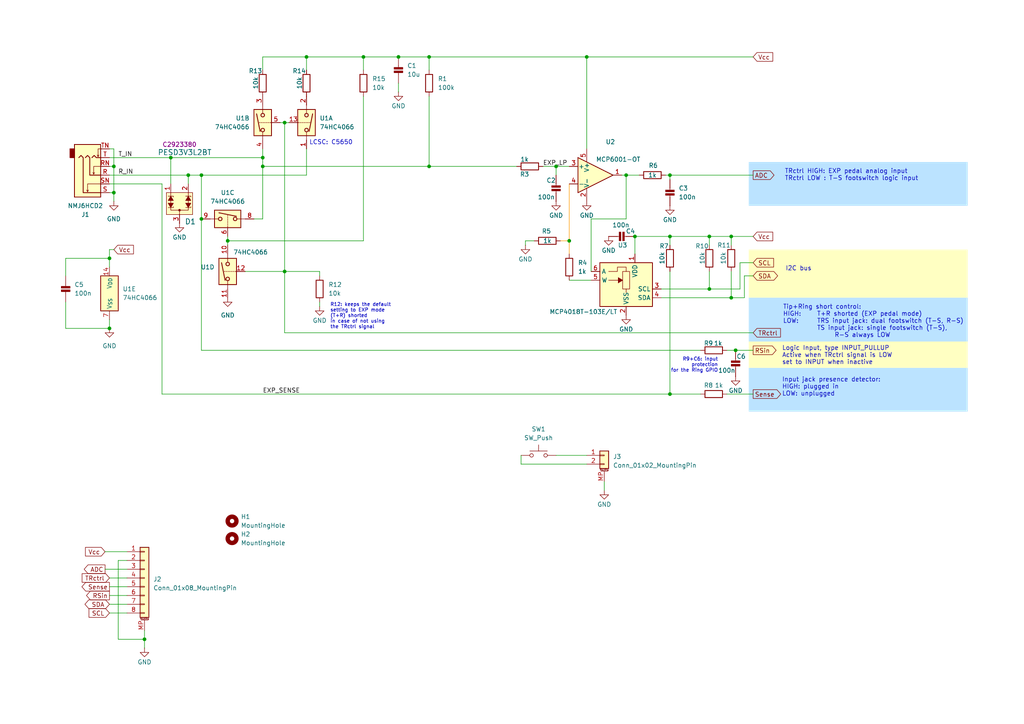
<source format=kicad_sch>
(kicad_sch (version 20231120) (generator "eeschema") (generator_version "8.0")
  (paper "A4")
  (lib_symbols
    (symbol "Amplifier_Operational:MCP6001-OT" (pin_names (offset 0.127))
      (property "Reference" "U" (at -1.27 6.35 0))
      (property "Value" "MCP6001-OT" (at -1.27 3.81 0))
      (symbol "MCP6001-OT_0_1"
        (polyline (pts (xy -5.08 5.08) (xy 5.08 0) (xy -5.08 -5.08) (xy -5.08 5.08)) (stroke (width 0.254)) (fill (type background)))
        (pin power_in line (at -2.54 -7.62 90) (length 3.81) (name "V-") (number "2"))
        (pin power_in line (at -2.54 7.62 270) (length 3.81) (name "V+") (number "5"))
      )
      (symbol "MCP6001-OT_1_1"
        (pin output line (at 7.62 0 180) (length 2.54) (name "~") (number "1"))
        (pin input line (at -7.62 2.54 0) (length 2.54) (name "+") (number "3"))
        (pin input line (at -7.62 -2.54 0) (length 2.54) (name "-") (number "4"))
      )
    )
    (symbol "Analog_Switch:CD4066BM"
      (property "Reference" "U" (at -5.08 3.81 0))
      (property "Value" "CD4066BM" (at 7.62 3.81 0))
      (symbol "CD4066BM_1_1"
        (rectangle (start -3.81 2.54) (end 3.81 -2.54) (stroke (width 0.254)) (fill (type background)))
        (circle (center -2.159 0) (radius 0.508) (stroke (width 0.254)))
        (polyline (pts (xy -5.08 0) (xy -2.794 0)))
        (polyline (pts (xy -2.54 0.762) (xy 2.54 1.778)) (stroke (width 0.254)))
        (polyline (pts (xy 0 -2.54) (xy 0 -2.032)))
        (polyline (pts (xy 0 -1.778) (xy 0 -1.524)))
        (polyline (pts (xy 0 -1.27) (xy 0 -1.016)))
        (polyline (pts (xy 0 -0.762) (xy 0 -0.508)))
        (polyline (pts (xy 0 -0.254) (xy 0 0)))
        (polyline (pts (xy 0 0.254) (xy 0 0.508)))
        (polyline (pts (xy 0 0.762) (xy 0 1.016)))
        (polyline (pts (xy 5.08 0) (xy 2.794 0)))
        (circle (center 2.159 0) (radius 0.508) (stroke (width 0.254)))
        (pin bidirectional line (at -7.62 0 0) (length 2.54) (name "~") (number "1"))
        (pin input line (at 0 -5.08 90) (length 2.54) (name "~") (number "13"))
        (pin bidirectional line (at 7.62 0 180) (length 2.54) (name "~") (number "2"))
      )
      (symbol "CD4066BM_2_1"
        (rectangle (start -3.81 2.54) (end 3.81 -2.54) (stroke (width 0.254)) (fill (type background)))
        (circle (center -2.159 0) (radius 0.508) (stroke (width 0.254)))
        (polyline (pts (xy -5.08 0) (xy -2.794 0)))
        (polyline (pts (xy -2.54 0.762) (xy 2.54 1.778)) (stroke (width 0.254)))
        (polyline (pts (xy 0 -2.54) (xy 0 -2.032)))
        (polyline (pts (xy 0 -1.778) (xy 0 -1.524)))
        (polyline (pts (xy 0 -1.27) (xy 0 -1.016)))
        (polyline (pts (xy 0 -0.762) (xy 0 -0.508)))
        (polyline (pts (xy 0 -0.254) (xy 0 0)))
        (polyline (pts (xy 0 0.254) (xy 0 0.508)))
        (polyline (pts (xy 0 0.762) (xy 0 1.016)))
        (polyline (pts (xy 5.08 0) (xy 2.794 0)))
        (circle (center 2.159 0) (radius 0.508) (stroke (width 0.254)))
        (pin bidirectional line (at 7.62 0 180) (length 2.54) (name "~") (number "3"))
        (pin bidirectional line (at -7.62 0 0) (length 2.54) (name "~") (number "4"))
        (pin input line (at 0 -5.08 90) (length 2.54) (name "~") (number "5"))
      )
      (symbol "CD4066BM_3_1"
        (rectangle (start -3.81 2.54) (end 3.81 -2.54) (stroke (width 0.254)) (fill (type background)))
        (circle (center -2.159 0) (radius 0.508) (stroke (width 0.254)))
        (polyline (pts (xy -5.08 0) (xy -2.794 0)))
        (polyline (pts (xy -2.54 0.762) (xy 2.54 1.778)) (stroke (width 0.254)))
        (polyline (pts (xy 0 -2.54) (xy 0 -2.032)))
        (polyline (pts (xy 0 -1.778) (xy 0 -1.524)))
        (polyline (pts (xy 0 -1.27) (xy 0 -1.016)))
        (polyline (pts (xy 0 -0.762) (xy 0 -0.508)))
        (polyline (pts (xy 0 -0.254) (xy 0 0)))
        (polyline (pts (xy 0 0.254) (xy 0 0.508)))
        (polyline (pts (xy 0 0.762) (xy 0 1.016)))
        (polyline (pts (xy 5.08 0) (xy 2.794 0)))
        (circle (center 2.159 0) (radius 0.508) (stroke (width 0.254)))
        (pin input line (at 0 -5.08 90) (length 2.54) (name "~") (number "6"))
        (pin bidirectional line (at -7.62 0 0) (length 2.54) (name "~") (number "8"))
        (pin bidirectional line (at 7.62 0 180) (length 2.54) (name "~") (number "9"))
      )
      (symbol "CD4066BM_4_1"
        (rectangle (start -3.81 2.54) (end 3.81 -2.54) (stroke (width 0.254)) (fill (type background)))
        (circle (center -2.159 0) (radius 0.508) (stroke (width 0.254)))
        (polyline (pts (xy -5.08 0) (xy -2.794 0)))
        (polyline (pts (xy -2.54 0.762) (xy 2.54 1.778)) (stroke (width 0.254)))
        (polyline (pts (xy 0 -2.54) (xy 0 -2.032)))
        (polyline (pts (xy 0 -1.778) (xy 0 -1.524)))
        (polyline (pts (xy 0 -1.27) (xy 0 -1.016)))
        (polyline (pts (xy 0 -0.762) (xy 0 -0.508)))
        (polyline (pts (xy 0 -0.254) (xy 0 0)))
        (polyline (pts (xy 0 0.254) (xy 0 0.508)))
        (polyline (pts (xy 0 0.762) (xy 0 1.016)))
        (polyline (pts (xy 5.08 0) (xy 2.794 0)))
        (circle (center 2.159 0) (radius 0.508) (stroke (width 0.254)))
        (pin bidirectional line (at 7.62 0 180) (length 2.54) (name "~") (number "10"))
        (pin bidirectional line (at -7.62 0 0) (length 2.54) (name "~") (number "11"))
        (pin input line (at 0 -5.08 90) (length 2.54) (name "~") (number "12"))
      )
      (symbol "CD4066BM_5_1"
        (rectangle (start -2.54 5.08) (end 2.54 -5.08) (stroke (width 0.254)) (fill (type background)))
        (pin power_in line (at 0 7.62 270) (length 2.54) (name "V_{DD}") (number "14"))
        (pin power_in line (at 0 -7.62 90) (length 2.54) (name "V_{SS}") (number "7"))
      )
    )
    (symbol "Analog_Switch:CD4066BPW"
      (property "Reference" "U" (at -5.08 3.81 0))
      (property "Value" "CD4066BPW" (at 7.62 3.81 0))
      (symbol "CD4066BPW_1_1"
        (rectangle (start -3.81 2.54) (end 3.81 -2.54) (stroke (width 0.254)) (fill (type background)))
        (circle (center -2.159 0) (radius 0.508) (stroke (width 0.254)))
        (polyline (pts (xy -5.08 0) (xy -2.794 0)))
        (polyline (pts (xy -2.54 0.762) (xy 2.54 1.778)) (stroke (width 0.254)))
        (polyline (pts (xy 0 -2.54) (xy 0 -2.032)))
        (polyline (pts (xy 0 -1.778) (xy 0 -1.524)))
        (polyline (pts (xy 0 -1.27) (xy 0 -1.016)))
        (polyline (pts (xy 0 -0.762) (xy 0 -0.508)))
        (polyline (pts (xy 0 -0.254) (xy 0 0)))
        (polyline (pts (xy 0 0.254) (xy 0 0.508)))
        (polyline (pts (xy 0 0.762) (xy 0 1.016)))
        (polyline (pts (xy 5.08 0) (xy 2.794 0)))
        (circle (center 2.159 0) (radius 0.508) (stroke (width 0.254)))
        (pin bidirectional line (at -7.62 0 0) (length 2.54) (name "~") (number "1"))
        (pin input line (at 0 -5.08 90) (length 2.54) (name "~") (number "13"))
        (pin bidirectional line (at 7.62 0 180) (length 2.54) (name "~") (number "2"))
      )
      (symbol "CD4066BPW_2_1"
        (rectangle (start -3.81 2.54) (end 3.81 -2.54) (stroke (width 0.254)) (fill (type background)))
        (circle (center -2.159 0) (radius 0.508) (stroke (width 0.254)))
        (polyline (pts (xy -5.08 0) (xy -2.794 0)))
        (polyline (pts (xy -2.54 0.762) (xy 2.54 1.778)) (stroke (width 0.254)))
        (polyline (pts (xy 0 -2.54) (xy 0 -2.032)))
        (polyline (pts (xy 0 -1.778) (xy 0 -1.524)))
        (polyline (pts (xy 0 -1.27) (xy 0 -1.016)))
        (polyline (pts (xy 0 -0.762) (xy 0 -0.508)))
        (polyline (pts (xy 0 -0.254) (xy 0 0)))
        (polyline (pts (xy 0 0.254) (xy 0 0.508)))
        (polyline (pts (xy 0 0.762) (xy 0 1.016)))
        (polyline (pts (xy 5.08 0) (xy 2.794 0)))
        (circle (center 2.159 0) (radius 0.508) (stroke (width 0.254)))
        (pin bidirectional line (at 7.62 0 180) (length 2.54) (name "~") (number "3"))
        (pin bidirectional line (at -7.62 0 0) (length 2.54) (name "~") (number "4"))
        (pin input line (at 0 -5.08 90) (length 2.54) (name "~") (number "5"))
      )
      (symbol "CD4066BPW_3_1"
        (rectangle (start -3.81 2.54) (end 3.81 -2.54) (stroke (width 0.254)) (fill (type background)))
        (circle (center -2.159 0) (radius 0.508) (stroke (width 0.254)))
        (polyline (pts (xy -5.08 0) (xy -2.794 0)))
        (polyline (pts (xy -2.54 0.762) (xy 2.54 1.778)) (stroke (width 0.254)))
        (polyline (pts (xy 0 -2.54) (xy 0 -2.032)))
        (polyline (pts (xy 0 -1.778) (xy 0 -1.524)))
        (polyline (pts (xy 0 -1.27) (xy 0 -1.016)))
        (polyline (pts (xy 0 -0.762) (xy 0 -0.508)))
        (polyline (pts (xy 0 -0.254) (xy 0 0)))
        (polyline (pts (xy 0 0.254) (xy 0 0.508)))
        (polyline (pts (xy 0 0.762) (xy 0 1.016)))
        (polyline (pts (xy 5.08 0) (xy 2.794 0)))
        (circle (center 2.159 0) (radius 0.508) (stroke (width 0.254)))
        (pin input line (at 0 -5.08 90) (length 2.54) (name "~") (number "6"))
        (pin bidirectional line (at -7.62 0 0) (length 2.54) (name "~") (number "8"))
        (pin bidirectional line (at 7.62 0 180) (length 2.54) (name "~") (number "9"))
      )
      (symbol "CD4066BPW_4_1"
        (rectangle (start -3.81 2.54) (end 3.81 -2.54) (stroke (width 0.254)) (fill (type background)))
        (circle (center -2.159 0) (radius 0.508) (stroke (width 0.254)))
        (polyline (pts (xy -5.08 0) (xy -2.794 0)))
        (polyline (pts (xy -2.54 0.762) (xy 2.54 1.778)) (stroke (width 0.254)))
        (polyline (pts (xy 0 -2.54) (xy 0 -2.032)))
        (polyline (pts (xy 0 -1.778) (xy 0 -1.524)))
        (polyline (pts (xy 0 -1.27) (xy 0 -1.016)))
        (polyline (pts (xy 0 -0.762) (xy 0 -0.508)))
        (polyline (pts (xy 0 -0.254) (xy 0 0)))
        (polyline (pts (xy 0 0.254) (xy 0 0.508)))
        (polyline (pts (xy 0 0.762) (xy 0 1.016)))
        (polyline (pts (xy 5.08 0) (xy 2.794 0)))
        (circle (center 2.159 0) (radius 0.508) (stroke (width 0.254)))
        (pin bidirectional line (at 7.62 0 180) (length 2.54) (name "~") (number "10"))
        (pin bidirectional line (at -7.62 0 0) (length 2.54) (name "~") (number "11"))
        (pin input line (at 0 -5.08 90) (length 2.54) (name "~") (number "12"))
      )
      (symbol "CD4066BPW_5_1"
        (rectangle (start -2.54 5.08) (end 2.54 -5.08) (stroke (width 0.254)) (fill (type background)))
        (pin power_in line (at 0 7.62 270) (length 2.54) (name "V_{DD}") (number "14"))
        (pin power_in line (at 0 -7.62 90) (length 2.54) (name "V_{SS}") (number "7"))
      )
    )
    (symbol "Connector_Audio:NMJ6HCD2"
      (property "Reference" "J" (at 0 11.43 0))
      (property "Value" "NMJ6HCD2" (at 0 8.89 0))
      (symbol "NMJ6HCD2_0_1"
        (rectangle (start -5.08 -5.08) (end -6.35 -7.62) (stroke (width 0.254)) (fill (type outline)))
        (polyline (pts (xy -1.27 4.826) (xy -1.016 4.318)))
        (polyline (pts (xy 0.508 -0.254) (xy 0.762 -0.762)))
        (polyline (pts (xy 1.778 -5.334) (xy 2.032 -5.842)))
        (polyline (pts (xy 0 -5.08) (xy 0.635 -5.715) (xy 1.27 -5.08) (xy 2.54 -5.08)) (stroke (width 0.254)))
        (polyline (pts (xy 2.54 -7.62) (xy 1.778 -7.62) (xy 1.778 -5.334) (xy 1.524 -5.842)))
        (polyline (pts (xy 2.54 -2.54) (xy 0.508 -2.54) (xy 0.508 -0.254) (xy 0.254 -0.762)))
        (polyline (pts (xy 2.54 2.54) (xy -1.27 2.54) (xy -1.27 4.826) (xy -1.524 4.318)))
        (polyline (pts (xy -1.905 -5.08) (xy -1.27 -5.715) (xy -0.635 -5.08) (xy -0.635 0) (xy 2.54 0)) (stroke (width 0.254)))
        (polyline (pts (xy 2.54 5.08) (xy -2.54 5.08) (xy -2.54 -5.08) (xy -3.175 -5.715) (xy -3.81 -5.08)) (stroke (width 0.254)))
        (rectangle (start 2.54 6.35) (end -5.08 -8.89) (stroke (width 0.254)) (fill (type background)))
      )
      (symbol "NMJ6HCD2_1_1"
        (pin passive line (at 5.08 0 180) (length 2.54) (name "~") (number "R"))
        (pin passive line (at 5.08 -2.54 180) (length 2.54) (name "~") (number "RN"))
        (pin passive line (at 5.08 5.08 180) (length 2.54) (name "~") (number "S"))
        (pin passive line (at 5.08 2.54 180) (length 2.54) (name "~") (number "SN"))
        (pin passive line (at 5.08 -5.08 180) (length 2.54) (name "~") (number "T"))
        (pin passive line (at 5.08 -7.62 180) (length 2.54) (name "~") (number "TN"))
      )
    )
    (symbol "Connector_Generic_MountingPin:Conn_01x02_MountingPin" (pin_names (offset 1.016) hide)
      (property "Reference" "J" (at 0 2.54 0))
      (property "Value" "Conn_01x02_MountingPin" (at 1.27 -5.08 0))
      (symbol "Conn_01x02_MountingPin_1_1"
        (rectangle (start -1.27 -2.413) (end 0 -2.667) (stroke (width 0.1524)))
        (rectangle (start -1.27 0.127) (end 0 -0.127) (stroke (width 0.1524)))
        (rectangle (start -1.27 1.27) (end 1.27 -3.81) (stroke (width 0.254)) (fill (type background)))
        (polyline (pts (xy -1.016 -4.572) (xy 1.016 -4.572)) (stroke (width 0.1524)))
        (text "Mounting" (at 0 -4.191 0) (effects (font (size 0.381 0.381))))
        (pin passive line (at -5.08 0 0) (length 3.81) (name "Pin_1") (number "1"))
        (pin passive line (at -5.08 -2.54 0) (length 3.81) (name "Pin_2") (number "2"))
        (pin passive line (at 0 -7.62 90) (length 3.048) (name "MountPin") (number "MP"))
      )
    )
    (symbol "Connector_Generic_MountingPin:Conn_01x08_MountingPin" (pin_names (offset 1.016) hide)
      (property "Reference" "J" (at 0 10.16 0))
      (property "Value" "Conn_01x08_MountingPin" (at 1.27 -12.7 0))
      (symbol "Conn_01x08_MountingPin_1_1"
        (rectangle (start -1.27 -10.033) (end 0 -10.287) (stroke (width 0.1524)))
        (rectangle (start -1.27 -7.493) (end 0 -7.747) (stroke (width 0.1524)))
        (rectangle (start -1.27 -4.953) (end 0 -5.207) (stroke (width 0.1524)))
        (rectangle (start -1.27 -2.413) (end 0 -2.667) (stroke (width 0.1524)))
        (rectangle (start -1.27 0.127) (end 0 -0.127) (stroke (width 0.1524)))
        (rectangle (start -1.27 2.667) (end 0 2.413) (stroke (width 0.1524)))
        (rectangle (start -1.27 5.207) (end 0 4.953) (stroke (width 0.1524)))
        (rectangle (start -1.27 7.747) (end 0 7.493) (stroke (width 0.1524)))
        (rectangle (start -1.27 8.89) (end 1.27 -11.43) (stroke (width 0.254)) (fill (type background)))
        (polyline (pts (xy -1.016 -12.192) (xy 1.016 -12.192)) (stroke (width 0.1524)))
        (text "Mounting" (at 0 -11.811 0) (effects (font (size 0.381 0.381))))
        (pin passive line (at -5.08 7.62 0) (length 3.81) (name "Pin_1") (number "1"))
        (pin passive line (at -5.08 5.08 0) (length 3.81) (name "Pin_2") (number "2"))
        (pin passive line (at -5.08 2.54 0) (length 3.81) (name "Pin_3") (number "3"))
        (pin passive line (at -5.08 0 0) (length 3.81) (name "Pin_4") (number "4"))
        (pin passive line (at -5.08 -2.54 0) (length 3.81) (name "Pin_5") (number "5"))
        (pin passive line (at -5.08 -5.08 0) (length 3.81) (name "Pin_6") (number "6"))
        (pin passive line (at -5.08 -7.62 0) (length 3.81) (name "Pin_7") (number "7"))
        (pin passive line (at -5.08 -10.16 0) (length 3.81) (name "Pin_8") (number "8"))
        (pin passive line (at 0 -15.24 90) (length 3.048) (name "MountPin") (number "MP"))
      )
    )
    (symbol "Device:R" (pin_numbers hide) (pin_names (offset 0))
      (property "Reference" "R" (at 2.032 0 90))
      (property "Value" "R" (at 0 0 90))
      (symbol "R_0_1"
        (rectangle (start -1.016 -2.54) (end 1.016 2.54) (stroke (width 0.254)))
      )
      (symbol "R_1_1"
        (pin passive line (at 0 3.81 270) (length 1.27) (name "~") (number "1"))
        (pin passive line (at 0 -3.81 90) (length 1.27) (name "~") (number "2"))
      )
    )
    (symbol "H_diodes:PESD5V0S2BT" (pin_names (offset 1.016))
      (property "Reference" "D" (at 2.54 -7.62 0))
      (property "Value" "PESD5V0S2BT" (at 8.89 -10.16 0))
      (property "Footprint" "Package_TO_SOT_SMD:SOT-23" (at 0 0 0))
      (property "Datasheet" "https://assets.nexperia.com/documents/data-sheet/PESD5V0S2BT.pdf" (at 0 0 0))
      (symbol "PESD5V0S2BT_0_1"
        (rectangle (start -3.81 0) (end 3.81 -6.35) (fill (type background)))
        (circle (center 0 -5.08) (radius 0.2794) (fill (type outline)))
        (polyline (pts (xy 0 -6.35) (xy 0 -5.08)))
        (polyline (pts (xy -3.302 -4.318) (xy -1.778 -4.318) (xy -1.778 -4.064)))
        (polyline (pts (xy -3.302 -1.016) (xy -1.778 -1.016) (xy -1.778 -1.27)))
        (polyline (pts (xy 1.778 -4.318) (xy 3.302 -4.318) (xy 3.302 -4.064)))
        (polyline (pts (xy 1.778 -1.016) (xy 3.302 -1.016) (xy 3.302 -1.27)))
        (polyline (pts (xy -3.302 -3.048) (xy -1.778 -3.048) (xy -2.54 -4.318) (xy -3.302 -3.048)) (fill (type outline)))
        (polyline (pts (xy -2.54 -1.016) (xy -3.302 -2.286) (xy -1.778 -2.286) (xy -2.54 -1.016)) (fill (type outline)))
        (polyline (pts (xy -2.54 0) (xy -2.54 -5.08) (xy 2.54 -5.08) (xy 2.54 0)))
        (polyline (pts (xy 1.778 -3.048) (xy 3.302 -3.048) (xy 2.54 -4.318) (xy 1.778 -3.048)) (fill (type outline)))
        (polyline (pts (xy 1.778 -2.286) (xy 3.302 -2.286) (xy 2.54 -1.016) (xy 1.778 -2.286)) (fill (type outline)))
      )
      (symbol "PESD5V0S2BT_1_1"
        (pin input line (at -2.54 2.54 270) (length 2.54) (name "~") (number "1"))
        (pin input line (at 2.54 2.54 270) (length 2.54) (name "~") (number "2"))
        (pin input line (at 0 -8.89 90) (length 2.54) (name "~") (number "3"))
      )
    )
    (symbol "H_passives:CAP_NP" (pin_names (offset 1.016))
      (property "Reference" "C" (at -2.286 -0.0254 90))
      (property "Value" "CAP_NP" (at 2.286 -0.0254 90))
      (symbol "CAP_NP_1_0"
        (rectangle (start -1.27 -0.762) (end 1.27 -0.254) (fill (type outline)))
        (rectangle (start -1.27 0.254) (end 1.27 0.762) (fill (type outline)))
        (polyline (pts (xy 0 -0.508) (xy 0 -1.27)))
        (polyline (pts (xy 0 1.27) (xy 0 0.508)))
        (pin passive line (at 0 3.81 270) (length 2.54) (name "1") (number "1"))
        (pin passive line (at 0 -3.81 90) (length 2.54) (name "2") (number "2"))
      )
    )
    (symbol "Mechanical:MountingHole" (pin_names (offset 1.016)) (exclude_from_sim yes) (in_bom no)
      (property "Reference" "H" (at 0 5.08 0))
      (property "Value" "MountingHole" (at 0 3.175 0))
      (symbol "MountingHole_0_1"
        (circle (center 0 0) (radius 1.27) (stroke (width 1.27)))
      )
    )
    (symbol "Potentiometer_Digital:MCP4018-xxxxLT"
      (property "Reference" "U" (at -7.62 8.89 0))
      (property "Value" "MCP4018-xxxxLT" (at 1.27 8.89 0))
      (symbol "MCP4018-xxxxLT_0_1"
        (polyline (pts (xy 0 0) (xy 0 -1.016)))
        (polyline (pts (xy 5.08 5.08) (xy 2.54 5.08) (xy 2.54 6.35) (xy 0 6.35) (xy 0 5.08)))
      )
      (symbol "MCP4018-xxxxLT_1_1"
        (rectangle (start -7.62 7.62) (end 7.62 -5.08) (stroke (width 0.254)) (fill (type background)))
        (polyline (pts (xy 5.08 2.54) (xy 2.286 2.54)))
        (polyline (pts (xy 2.286 1.778) (xy 2.286 3.302) (xy 1.016 2.54) (xy 2.286 1.778)) (fill (type outline)))
        (rectangle (start 1.016 0) (end -1.016 5.08))
        (pin power_in line (at -2.54 10.16 270) (length 2.54) (name "VDD") (number "1"))
        (pin power_in line (at 0 -7.62 90) (length 2.54) (name "VSS") (number "2"))
        (pin input line (at -10.16 0 0) (length 2.54) (name "SCL") (number "3"))
        (pin bidirectional line (at -10.16 -2.54 0) (length 2.54) (name "SDA") (number "4"))
        (pin passive line (at 10.16 2.54 180) (length 2.54) (name "W") (number "5"))
        (pin passive line (at 10.16 5.08 180) (length 2.54) (name "A") (number "6"))
      )
    )
    (symbol "Switch:SW_Push" (pin_numbers hide) (pin_names (offset 1.016) hide)
      (property "Reference" "SW" (at 1.27 2.54 0))
      (property "Value" "SW_Push" (at 0 -1.524 0))
      (symbol "SW_Push_0_1"
        (circle (center -2.032 0) (radius 0.508))
        (polyline (pts (xy 0 1.27) (xy 0 3.048)))
        (polyline (pts (xy 2.54 1.27) (xy -2.54 1.27)))
        (circle (center 2.032 0) (radius 0.508))
        (pin passive line (at -5.08 0 0) (length 2.54) (name "1") (number "1"))
        (pin passive line (at 5.08 0 180) (length 2.54) (name "2") (number "2"))
      )
    )
    (symbol "power:GND" (power) (pin_numbers hide) (pin_names (offset 0) hide)
      (property "Value" "GND" (at 0 -3.81 0))
      (symbol "GND_0_1"
        (polyline (pts (xy 0 0) (xy 0 -1.27) (xy 1.27 -1.27) (xy 0 -2.54) (xy -1.27 -1.27) (xy 0 -1.27)))
      )
      (symbol "GND_1_1"
        (pin power_in line (at 0 0 270) (length 0) (name "~") (number "1"))
      )
    )
  )
  (junction (at 170.18 16.51))
  (junction (at 115.57 16.51))
  (junction (at 66.04 69.85))
  (junction (at 205.74 83.82))
  (junction (at 41.91 185.42))
  (junction (at 194.31 114.3))
  (junction (at 88.9 16.51))
  (junction (at 58.42 50.8))
  (junction (at 76.2 48.26))
  (junction (at 213.36 101.6))
  (junction (at 124.46 48.26))
  (junction (at 181.61 50.8))
  (junction (at 49.53 45.72))
  (junction (at 82.55 78.74))
  (junction (at 31.75 95.25))
  (junction (at 76.2 45.72))
  (junction (at 124.46 16.51))
  (junction (at 205.74 68.58))
  (junction (at 194.31 50.8))
  (junction (at 33.02 55.88))
  (junction (at 31.75 74.93))
  (junction (at 82.55 35.56))
  (junction (at 194.31 68.58))
  (junction (at 184.15 68.58))
  (junction (at 165.1 69.85))
  (junction (at 105.41 16.51))
  (junction (at 33.02 48.26))
  (junction (at 54.61 50.8))
  (junction (at 212.09 86.36))
  (junction (at 212.09 68.58))
  (junction (at 58.42 63.5))
  (junction (at 161.29 48.26))
  (wire (pts (xy 194.31 68.58) (xy 205.74 68.58)))
  (wire (pts (xy 30.48 165.1) (xy 36.83 165.1)))
  (wire (pts (xy 218.44 80.01) (xy 215.9 80.01)))
  (wire (pts (xy 58.42 50.8) (xy 58.42 63.5)))
  (wire (pts (xy 76.2 48.26) (xy 76.2 63.5)))
  (wire (pts (xy 170.18 134.62) (xy 151.13 134.62)))
  (wire (pts (xy 124.46 48.26) (xy 149.86 48.26)))
  (wire (pts (xy 82.55 96.52) (xy 218.44 96.52)))
  (wire (pts (xy 210.82 101.6) (xy 213.36 101.6)))
  (wire (pts (xy 46.99 53.34) (xy 46.99 114.3)))
  (wire (pts (xy 161.29 48.26) (xy 161.29 50.8)))
  (wire (pts (xy 194.31 50.8) (xy 193.04 50.8)))
  (wire (pts (xy 31.75 72.39) (xy 31.75 74.93)))
  (wire (pts (xy 19.05 95.25) (xy 19.05 87.63)))
  (wire (pts (xy 76.2 48.26) (xy 124.46 48.26)))
  (wire (pts (xy 31.75 92.71) (xy 31.75 95.25)))
  (wire (pts (xy 33.02 43.18) (xy 31.75 43.18)))
  (wire (pts (xy 34.29 185.42) (xy 34.29 162.56)))
  (wire (pts (xy 194.31 114.3) (xy 203.2 114.3)))
  (wire (pts (xy 181.61 63.5) (xy 171.45 63.5)))
  (wire (pts (xy 214.63 83.82) (xy 205.74 83.82)))
  (wire (pts (xy 175.26 142.24) (xy 175.26 139.7)))
  (wire (pts (xy 170.18 16.51) (xy 170.18 43.18)))
  (wire (pts (xy 205.74 68.58) (xy 212.09 68.58)))
  (wire (pts (xy 31.75 53.34) (xy 46.99 53.34)))
  (wire (pts (xy 41.91 185.42) (xy 41.91 182.88)))
  (wire (pts (xy 41.91 185.42) (xy 34.29 185.42)))
  (wire (pts (xy 191.77 86.36) (xy 212.09 86.36)))
  (wire (pts (xy 152.4 71.12) (xy 152.4 69.85)))
  (wire (pts (xy 210.82 114.3) (xy 218.44 114.3)))
  (wire (pts (xy 31.75 48.26) (xy 33.02 48.26)))
  (wire (pts (xy 205.74 83.82) (xy 205.74 78.74)))
  (wire (pts (xy 191.77 83.82) (xy 205.74 83.82)))
  (wire (pts (xy 165.1 69.85) (xy 165.1 73.66)) (stroke (width 0) (color 255 153 0 1)))
  (wire (pts (xy 88.9 16.51) (xy 88.9 20.32)))
  (wire (pts (xy 58.42 101.6) (xy 203.2 101.6)))
  (wire (pts (xy 82.55 35.56) (xy 82.55 78.74)))
  (wire (pts (xy 34.29 162.56) (xy 36.83 162.56)))
  (wire (pts (xy 33.02 55.88) (xy 33.02 58.42)))
  (wire (pts (xy 49.53 45.72) (xy 76.2 45.72)))
  (wire (pts (xy 124.46 16.51) (xy 124.46 20.32)))
  (wire (pts (xy 76.2 45.72) (xy 76.2 48.26)))
  (wire (pts (xy 212.09 68.58) (xy 212.09 71.12)))
  (wire (pts (xy 33.02 72.39) (xy 31.75 72.39)))
  (wire (pts (xy 88.9 50.8) (xy 88.9 43.18)))
  (wire (pts (xy 194.31 78.74) (xy 194.31 114.3)))
  (wire (pts (xy 49.53 53.34) (xy 49.53 45.72)))
  (wire (pts (xy 215.9 86.36) (xy 212.09 86.36)))
  (wire (pts (xy 82.55 35.56) (xy 83.82 35.56)))
  (wire (pts (xy 124.46 27.94) (xy 124.46 48.26)))
  (wire (pts (xy 31.75 50.8) (xy 54.61 50.8)))
  (wire (pts (xy 151.13 134.62) (xy 151.13 132.08)))
  (wire (pts (xy 92.71 78.74) (xy 92.71 80.01)))
  (wire (pts (xy 76.2 63.5) (xy 73.66 63.5)))
  (wire (pts (xy 33.02 55.88) (xy 33.02 48.26)))
  (wire (pts (xy 171.45 63.5) (xy 171.45 78.74)))
  (wire (pts (xy 54.61 50.8) (xy 54.61 53.34)))
  (wire (pts (xy 215.9 80.01) (xy 215.9 86.36)))
  (wire (pts (xy 165.1 53.34) (xy 165.1 69.85)) (stroke (width 0) (color 255 153 0 1)))
  (wire (pts (xy 170.18 16.51) (xy 218.44 16.51)))
  (wire (pts (xy 31.75 167.64) (xy 36.83 167.64)))
  (wire (pts (xy 124.46 16.51) (xy 170.18 16.51)))
  (wire (pts (xy 66.04 69.85) (xy 66.04 71.12)))
  (wire (pts (xy 213.36 101.6) (xy 218.44 101.6)))
  (wire (pts (xy 31.75 172.72) (xy 36.83 172.72)))
  (wire (pts (xy 82.55 78.74) (xy 82.55 96.52)))
  (wire (pts (xy 31.75 175.26) (xy 36.83 175.26)))
  (wire (pts (xy 88.9 16.51) (xy 105.41 16.51)))
  (wire (pts (xy 162.56 69.85) (xy 165.1 69.85)) (stroke (width 0) (color 255 153 0 1)))
  (wire (pts (xy 31.75 55.88) (xy 33.02 55.88)))
  (wire (pts (xy 92.71 87.63) (xy 92.71 88.9)))
  (wire (pts (xy 33.02 48.26) (xy 33.02 43.18)))
  (wire (pts (xy 161.29 132.08) (xy 170.18 132.08)))
  (wire (pts (xy 212.09 68.58) (xy 218.44 68.58)))
  (wire (pts (xy 194.31 52.07) (xy 194.31 50.8)))
  (wire (pts (xy 31.75 170.18) (xy 36.83 170.18)))
  (wire (pts (xy 66.04 68.58) (xy 66.04 69.85)))
  (wire (pts (xy 31.75 74.93) (xy 31.75 77.47)))
  (wire (pts (xy 41.91 187.96) (xy 41.91 185.42)))
  (wire (pts (xy 181.61 50.8) (xy 181.61 63.5)))
  (wire (pts (xy 181.61 50.8) (xy 185.42 50.8)))
  (wire (pts (xy 212.09 86.36) (xy 212.09 78.74)))
  (wire (pts (xy 214.63 76.2) (xy 214.63 83.82)))
  (wire (pts (xy 19.05 74.93) (xy 31.75 74.93)))
  (wire (pts (xy 46.99 114.3) (xy 194.31 114.3)))
  (wire (pts (xy 184.15 68.58) (xy 194.31 68.58)))
  (wire (pts (xy 105.41 16.51) (xy 115.57 16.51)))
  (wire (pts (xy 105.41 20.32) (xy 105.41 16.51)))
  (wire (pts (xy 58.42 63.5) (xy 58.42 101.6)))
  (wire (pts (xy 157.48 48.26) (xy 161.29 48.26)))
  (wire (pts (xy 105.41 69.85) (xy 105.41 27.94)))
  (wire (pts (xy 115.57 24.13) (xy 115.57 26.67)))
  (wire (pts (xy 31.75 177.8) (xy 36.83 177.8)))
  (wire (pts (xy 205.74 68.58) (xy 205.74 71.12)))
  (wire (pts (xy 30.48 160.02) (xy 36.83 160.02)))
  (wire (pts (xy 194.31 68.58) (xy 194.31 71.12)))
  (wire (pts (xy 218.44 76.2) (xy 214.63 76.2)))
  (wire (pts (xy 76.2 16.51) (xy 76.2 20.32)))
  (wire (pts (xy 154.94 69.85) (xy 152.4 69.85)))
  (wire (pts (xy 71.12 78.74) (xy 82.55 78.74)))
  (wire (pts (xy 161.29 48.26) (xy 165.1 48.26)))
  (wire (pts (xy 19.05 80.01) (xy 19.05 74.93)))
  (wire (pts (xy 66.04 69.85) (xy 105.41 69.85)))
  (wire (pts (xy 76.2 43.18) (xy 76.2 45.72)))
  (wire (pts (xy 76.2 16.51) (xy 88.9 16.51)))
  (wire (pts (xy 31.75 95.25) (xy 19.05 95.25)))
  (wire (pts (xy 194.31 50.8) (xy 218.44 50.8)))
  (wire (pts (xy 81.28 35.56) (xy 82.55 35.56)))
  (wire (pts (xy 58.42 50.8) (xy 88.9 50.8)))
  (wire (pts (xy 115.57 16.51) (xy 124.46 16.51)))
  (wire (pts (xy 165.1 81.28) (xy 171.45 81.28)))
  (wire (pts (xy 184.15 68.58) (xy 184.15 73.66)))
  (wire (pts (xy 49.53 45.72) (xy 31.75 45.72)))
  (wire (pts (xy 54.61 50.8) (xy 58.42 50.8)))
  (wire (pts (xy 82.55 78.74) (xy 92.71 78.74)))
  (wire (pts (xy 180.34 50.8) (xy 181.61 50.8)))
  (rectangle (start 217.17 86.36) (end 280.67 99.06) (stroke (width -0.0001)) (fill (type color) (color 187 227 255 1)))
  (rectangle (start 217.17 106.68) (end 280.67 119.38) (stroke (width -0.0001)) (fill (type color) (color 187 227 255 1)))
  (rectangle (start 217.17 99.06) (end 280.67 106.68) (stroke (width -0.0001)) (fill (type color) (color 255 255 194 1)))
  (rectangle (start 217.17 72.39) (end 280.67 86.36) (stroke (width -0.0001)) (fill (type color) (color 255 255 194 1)))
  (rectangle (start 217.17 46.99) (end 280.67 59.69) (stroke (width -0.0001)) (fill (type color) (color 187 227 255 1)))
  (text "LCSC: C5650" (at 96.012 41.402 0) (effects (font (size 1.27 1.27))))
  (text "Input jack presence detector:\nHIGH: plugged in\nLOW: unplugged" (at 226.822 112.268 0) (effects (font (size 1.27 1.27)) (justify left)))
  (text "I2C bus" (at 227.838 77.978 0) (effects (font (size 1.27 1.27)) (justify left)))
  (text "R9+C6: input\nprotection\nfor the Ring GPIO" (at 208.28 105.918 0) (effects (font (size 1 1)) (justify right)))
  (text "Logic Input, type INPUT_PULLUP\nActive when TRctrl signal is LOW\nset to INPUT when inactive" (at 226.822 103.124 0) (effects (font (size 1.27 1.27)) (justify left)))
  (text "Tip+Ring short control:\nHIGH: 	T+R shorted (EXP pedal mode)\nLOW: 	TRS input jack: dual footswitch (T-S, R-S)\n		TS input jack: single footswitch (T-S),\n			R-S always LOW" (at 227.076 93.218 0) (effects (font (size 1.27 1.27)) (justify left)))
  (text "R12: keeps the default \nsetting to EXP mode\n(T+R) shorted\nin case of not using\nthe TRctrl signal" (at 95.758 91.694 0) (effects (font (size 1 1)) (justify left)))
  (text "TRctrl HIGH: EXP pedal analog input\nTRctrl LOW : T-S footswitch logic input" (at 227.584 50.8 0) (effects (font (size 1.27 1.27)) (justify left)))
  (label "T_IN" (at 34.29 45.72 0))
  (label "EXP_SENSE" (at 76.2 114.3 0))
  (label "R_IN" (at 34.29 50.8 0))
  (label "EXP_LP" (at 157.48 48.26 0))
  (global_label "Sense" (shape output) (at 218.44 114.3 0) (property "Intersheetrefs" "${INTERSHEET_REFS}" (effects (hide yes))))
  (global_label "SCL" (shape input) (at 31.75 177.8 180) (property "Intersheetrefs" "${INTERSHEET_REFS}" (effects (hide yes))))
  (global_label "TRctrl" (shape input) (at 218.44 96.52 0) (property "Intersheetrefs" "${INTERSHEET_REFS}" (effects (hide yes))))
  (global_label "SDA" (shape bidirectional) (at 31.75 175.26 180) (property "Intersheetrefs" "${INTERSHEET_REFS}" (effects (hide yes))))
  (global_label "Vcc" (shape input) (at 218.44 16.51 0) (property "Intersheetrefs" "${INTERSHEET_REFS}" (effects (hide yes))))
  (global_label "SCL" (shape input) (at 218.44 76.2 0) (property "Intersheetrefs" "${INTERSHEET_REFS}" (effects (hide yes))))
  (global_label "Vcc" (shape input) (at 33.02 72.39 0) (property "Intersheetrefs" "${INTERSHEET_REFS}" (effects (hide yes))))
  (global_label "RSin" (shape output) (at 31.75 172.72 180) (property "Intersheetrefs" "${INTERSHEET_REFS}" (effects (hide yes))))
  (global_label "Vcc" (shape input) (at 218.44 68.58 0) (property "Intersheetrefs" "${INTERSHEET_REFS}" (effects (hide yes))))
  (global_label "ADC" (shape output) (at 218.44 50.8 0) (property "Intersheetrefs" "${INTERSHEET_REFS}" (effects (hide yes))))
  (global_label "RSin" (shape output) (at 218.44 101.6 0) (property "Intersheetrefs" "${INTERSHEET_REFS}" (effects (hide yes))))
  (global_label "SDA" (shape bidirectional) (at 218.44 80.01 0) (property "Intersheetrefs" "${INTERSHEET_REFS}" (effects (hide yes))))
  (global_label "Sense" (shape output) (at 31.75 170.18 180) (property "Intersheetrefs" "${INTERSHEET_REFS}" (effects (hide yes))))
  (global_label "TRctrl" (shape input) (at 31.75 167.64 180) (property "Intersheetrefs" "${INTERSHEET_REFS}" (effects (hide yes))))
  (global_label "Vcc" (shape input) (at 30.48 160.02 180) (property "Intersheetrefs" "${INTERSHEET_REFS}" (effects (hide yes))))
  (global_label "ADC" (shape output) (at 30.48 165.1 180) (property "Intersheetrefs" "${INTERSHEET_REFS}" (effects (hide yes))))
  (symbol (lib_id "H_passives:CAP_NP") (at 180.34 68.58 90) (unit 1)
    (property "Reference" "C4" (at 182.88 67.056 90))
    (property "Value" "100n" (at 180.086 65.278 90))
    (property "Footprint" "H_smd_passives:Hx_C_0603_1608Metric" (effects (hide yes)))
  )
  (symbol (lib_id "Connector_Generic_MountingPin:Conn_01x02_MountingPin") (at 175.26 132.08 0) (unit 1)
    (property "Reference" "J3" (at 177.8 132.4355 0) (effects (justify left)))
    (property "Value" "Conn_01x02_MountingPin" (at 177.8 134.9755 0) (effects (justify left)))
    (property "Footprint" "Connector_JST:JST_PH_B2B-PH-SM4-TB_1x02-1MP_P2.00mm_Vertical" (effects (hide yes)))
    (property "Description" "Generic connectable mounting pin connector, single row, 01x02, script generated (kicad-library-utils/schlib/autogen/connector/)" (effects (hide yes)))
  )
  (symbol (lib_id "Device:R") (at 205.74 74.93 0) (unit 1)
    (property "Reference" "R10" (at 201.676 71.374 0) (effects (justify left)))
    (property "Value" "10k" (at 203.708 76.708 90) (effects (justify left)))
    (property "Footprint" "H_smd_passives:Hx_R_0603_1608Metric" (effects (hide yes)))
    (property "Description" "Resistor" (effects (hide yes)))
  )
  (symbol (lib_id "Device:R") (at 207.01 101.6 270) (unit 1)
    (property "Reference" "R9" (at 205.486 99.568 90))
    (property "Value" "1k" (at 208.28 99.568 90))
    (property "Footprint" "H_smd_passives:Hx_R_0603_1608Metric" (effects (hide yes)))
    (property "Description" "Resistor" (effects (hide yes)))
  )
  (symbol (lib_id "Device:R") (at 158.75 69.85 270) (mirror x) (unit 1)
    (property "Reference" "R5" (at 158.496 67.056 90))
    (property "Value" "1k" (at 158.75 69.85 90))
    (property "Footprint" "H_smd_passives:Hx_R_0603_1608Metric" (effects (hide yes)))
    (property "Description" "Resistor" (effects (hide yes)))
  )
  (symbol (lib_id "Analog_Switch:CD4066BM") (at 66.04 63.5 0) (mirror y) (unit 3)
    (property "Reference" "U1" (at 66.04 55.88 0))
    (property "Value" "74HC4066" (at 66.04 58.42 0))
    (property "Footprint" "Package_SO:TSSOP-14_4.4x5mm_P0.65mm" (effects (hide yes)))
    (property "Datasheet" "https://www.ti.com/lit/ds/symlink/cd4066b.pdf" (effects (hide yes)))
    (property "Description" "Quad 20V analog SPST 1:1 switch, SO-14 (3.9x8.65mm)" (effects (hide yes)))
  )
  (symbol (lib_id "Analog_Switch:CD4066BPW") (at 88.9 35.56 270) (mirror x) (unit 1)
    (property "Reference" "U1" (at 92.71 34.2899 90) (effects (justify left)))
    (property "Value" "74HC4066" (at 92.71 36.8299 90) (effects (justify left)))
    (property "Footprint" "Package_SO:TSSOP-14_4.4x5mm_P0.65mm" (effects (hide yes)))
    (property "Datasheet" "https://www.ti.com/lit/ds/symlink/cd4066b.pdf" (effects (hide yes)))
    (property "Description" "Quad 20V analog SPST 1:1 switch, TSSOP-14" (effects (hide yes)))
  )
  (symbol (lib_id "Device:R") (at 194.31 74.93 0) (unit 1)
    (property "Reference" "R7" (at 191.262 71.374 0) (effects (justify left)))
    (property "Value" "10k" (at 192.024 76.708 90) (effects (justify left)))
    (property "Footprint" "H_smd_passives:Hx_R_0603_1608Metric" (effects (hide yes)))
    (property "Description" "Resistor" (effects (hide yes)))
  )
  (symbol (lib_id "Device:R") (at 88.9 24.13 0) (unit 1)
    (property "Reference" "R14" (at 84.836 20.574 0) (effects (justify left)))
    (property "Value" "10k" (at 86.868 25.908 90) (effects (justify left)))
    (property "Footprint" "H_smd_passives:Hx_R_0603_1608Metric" (effects (hide yes)))
    (property "Description" "Resistor" (effects (hide yes)))
  )
  (symbol (lib_id "power:GND") (at 92.71 88.9 0) (unit 1)
    (property "Reference" "#PWR15" (effects (hide yes)))
    (property "Value" "GND" (at 92.71 92.964 0))
    (property "Description" "Power symbol creates a global label with name \"GND\" , ground" (effects (hide yes)))
  )
  (symbol (lib_id "Device:R") (at 92.71 83.82 0) (unit 1)
    (property "Reference" "R12" (at 95.25 82.5499 0) (effects (justify left)))
    (property "Value" "10k" (at 95.25 85.0899 0) (effects (justify left)))
    (property "Footprint" "H_smd_passives:Hx_R_0603_1608Metric" (effects (hide yes)))
    (property "Description" "Resistor" (effects (hide yes)))
  )
  (symbol (lib_id "Device:R") (at 165.1 77.47 0) (unit 1)
    (property "Reference" "R4" (at 167.64 76.1999 0) (effects (justify left)))
    (property "Value" "1k" (at 167.64 78.7399 0) (effects (justify left)))
    (property "Footprint" "H_smd_passives:Hx_R_0603_1608Metric" (effects (hide yes)))
    (property "Description" "Resistor" (effects (hide yes)))
  )
  (symbol (lib_id "Mechanical:MountingHole") (at 67.31 156.21 0) (unit 1) (exclude_from_sim yes) (in_bom no)
    (property "Reference" "H2" (at 69.85 154.9399 0) (effects (justify left)))
    (property "Value" "MountingHole" (at 69.85 157.4799 0) (effects (justify left)))
    (property "Footprint" "MountingHole:MountingHole_3.2mm_M3" (effects (hide yes)))
    (property "Description" "Mounting Hole without connection" (effects (hide yes)))
  )
  (symbol (lib_id "H_passives:CAP_NP") (at 19.05 83.82 180) (unit 1)
    (property "Reference" "C5" (at 21.59 82.5499 0) (effects (justify right)))
    (property "Value" "100n" (at 21.59 85.0899 0) (effects (justify right)))
    (property "Footprint" "H_smd_passives:Hx_C_0603_1608Metric" (effects (hide yes)))
  )
  (symbol (lib_id "power:GND") (at 31.75 95.25 0) (unit 1)
    (property "Reference" "#PWR010" (effects (hide yes)))
    (property "Value" "GND" (at 31.75 100.33 0))
    (property "Description" "Power symbol creates a global label with name \"GND\" , ground" (effects (hide yes)))
  )
  (symbol (lib_id "power:GND") (at 41.91 187.96 0) (unit 1)
    (property "Reference" "#PWR012" (effects (hide yes)))
    (property "Value" "GND" (at 41.91 192.024 0))
    (property "Description" "Power symbol creates a global label with name \"GND\" , ground" (effects (hide yes)))
  )
  (symbol (lib_id "Mechanical:MountingHole") (at 67.31 151.13 0) (unit 1) (exclude_from_sim yes) (in_bom no)
    (property "Reference" "H1" (at 69.85 149.8599 0) (effects (justify left)))
    (property "Value" "MountingHole" (at 69.85 152.3999 0) (effects (justify left)))
    (property "Footprint" "MountingHole:MountingHole_3.2mm_M3" (effects (hide yes)))
    (property "Description" "Mounting Hole without connection" (effects (hide yes)))
  )
  (symbol (lib_id "power:GND") (at 115.57 26.67 0) (unit 1)
    (property "Reference" "#PWR01" (effects (hide yes)))
    (property "Value" "GND" (at 115.57 30.734 0))
    (property "Description" "Power symbol creates a global label with name \"GND\" , ground" (effects (hide yes)))
  )
  (symbol (lib_id "power:GND") (at 170.18 58.42 0) (unit 1)
    (property "Reference" "#PWR05" (effects (hide yes)))
    (property "Value" "GND" (at 170.18 62.484 0))
    (property "Description" "Power symbol creates a global label with name \"GND\" , ground" (effects (hide yes)))
  )
  (symbol (lib_id "H_passives:CAP_NP") (at 115.57 20.32 0) (unit 1)
    (property "Reference" "C1" (at 118.11 19.0499 0) (effects (justify left)))
    (property "Value" "10u" (at 118.11 21.5899 0) (effects (justify left)))
    (property "Footprint" "H_smd_passives:Hx_C_0603_1608Metric" (effects (hide yes)))
  )
  (symbol (lib_id "Connector_Audio:NMJ6HCD2") (at 26.67 50.8 0) (mirror x) (unit 1)
    (property "Reference" "J1" (at 24.765 62.23 0))
    (property "Value" "NMJ6HCD2" (at 24.765 59.69 0))
    (property "Footprint" "Connector_Audio:Jack_6.35mm_Neutrik_NMJ6HCD2_Horizontal" (effects (hide yes)))
    (property "Datasheet" "https://www.neutrik.com/en/product/nmj6hcd2" (effects (hide yes)))
    (property "Description" "M Series, 6.35mm (1/4in) stereo jack, switched, with chrome ferrule and straight PCB pins" (effects (hide yes)))
  )
  (symbol (lib_id "power:GND") (at 181.61 91.44 0) (unit 1)
    (property "Reference" "#PWR09" (effects (hide yes)))
    (property "Value" "GND" (at 181.61 95.504 0))
    (property "Description" "Power symbol creates a global label with name \"GND\" , ground" (effects (hide yes)))
  )
  (symbol (lib_id "power:GND") (at 52.07 64.77 0) (unit 1)
    (property "Reference" "#PWR4" (effects (hide yes)))
    (property "Value" "GND" (at 52.07 68.834 0))
    (property "Description" "Power symbol creates a global label with name \"GND\" , ground" (effects (hide yes)))
  )
  (symbol (lib_id "Potentiometer_Digital:MCP4018-xxxxLT") (at 181.61 83.82 0) (mirror y) (unit 1)
    (property "Reference" "U3" (at 181.9559 71.12 0) (effects (justify left)))
    (property "Value" "MCP4018T-103E/LT" (at 179.07 90.424 0) (effects (justify left)))
    (property "Footprint" "Package_TO_SOT_SMD:SOT-363_SC-70-6" (effects (hide yes)))
    (property "Datasheet" "http://ww1.microchip.com/downloads/en/DeviceDoc/22147a.pdf" (effects (hide yes)))
    (property "Description" "Low-Cost 128-Step Volatile I2C Digital Potentiometer, SC-70-6" (effects (hide yes)))
  )
  (symbol (lib_id "Switch:SW_Push") (at 156.21 132.08 0) (unit 1)
    (property "Reference" "SW1" (at 156.21 124.46 0))
    (property "Value" "SW_Push" (at 156.21 127 0))
    (property "Footprint" "Button_Switch_THT:SW_Tactile_SPST_Angled_PTS645Vx83-2LFS" (effects (hide yes)))
    (property "Description" "Push button switch, generic, two pins" (effects (hide yes)))
  )
  (symbol (lib_id "Analog_Switch:CD4066BM") (at 66.04 78.74 90) (unit 4)
    (property "Reference" "U1" (at 62.23 77.4699 90) (effects (justify left)))
    (property "Value" "74HC4066" (at 77.724 73.152 90) (effects (justify left)))
    (property "Footprint" "Package_SO:TSSOP-14_4.4x5mm_P0.65mm" (effects (hide yes)))
    (property "Datasheet" "https://www.ti.com/lit/ds/symlink/cd4066b.pdf" (effects (hide yes)))
    (property "Description" "Quad 20V analog SPST 1:1 switch, SO-14 (3.9x8.65mm)" (effects (hide yes)))
  )
  (symbol (lib_id "Analog_Switch:CD4066BM") (at 76.2 35.56 90) (unit 2)
    (property "Reference" "U1" (at 72.39 34.2899 90) (effects (justify left)))
    (property "Value" "74HC4066" (at 72.39 36.8299 90) (effects (justify left)))
    (property "Footprint" "Package_SO:TSSOP-14_4.4x5mm_P0.65mm" (effects (hide yes)))
    (property "Datasheet" "https://www.ti.com/lit/ds/symlink/cd4066b.pdf" (effects (hide yes)))
    (property "Description" "Quad 20V analog SPST 1:1 switch, SO-14 (3.9x8.65mm)" (effects (hide yes)))
  )
  (symbol (lib_id "H_diodes:PESD5V0S2BT") (at 52.07 55.88 0) (unit 1)
    (property "Reference" "D1" (at 53.594 64.262 0) (effects (font (size 1.524 1.524)) (justify left)))
    (property "Value" "PESD3V3L2BT" (at 45.72 44.196 0) (effects (font (size 1.524 1.524)) (justify left)))
    (property "Footprint" "H_SOT:SOT-23" (effects (hide yes)))
    (property "Datasheet" "https://assets.nexperia.com/documents/data-sheet/PESD5V0S2BT.pdf" (effects (hide yes)))
    (property "Description" "Low capacitance bidirectional double ESD protection diode" (effects (hide yes)))
    (property "LCSC" "C2923380" (at 52.07 41.91 0))
  )
  (symbol (lib_id "power:GND") (at 152.4 71.12 0) (mirror y) (unit 1)
    (property "Reference" "#PWR06" (effects (hide yes)))
    (property "Value" "GND" (at 152.4 75.184 0))
    (property "Description" "Power symbol creates a global label with name \"GND\" , ground" (effects (hide yes)))
  )
  (symbol (lib_id "Device:R") (at 189.23 50.8 90) (unit 1)
    (property "Reference" "R6" (at 189.484 48.006 90))
    (property "Value" "1k" (at 189.23 50.8 90))
    (property "Footprint" "H_smd_passives:Hx_R_0603_1608Metric" (effects (hide yes)))
    (property "Description" "Resistor" (effects (hide yes)))
  )
  (symbol (lib_id "H_passives:CAP_NP") (at 213.36 105.41 0) (unit 1)
    (property "Reference" "C6" (at 213.614 103.378 0) (effects (justify left)))
    (property "Value" "100n" (at 208.28 107.442 0) (effects (justify left)))
    (property "Footprint" "H_smd_passives:Hx_C_0603_1608Metric" (effects (hide yes)))
  )
  (symbol (lib_id "power:GND") (at 33.02 58.42 0) (unit 1)
    (property "Reference" "#PWR02" (effects (hide yes)))
    (property "Value" "GND" (at 33.02 63.5 0))
    (property "Description" "Power symbol creates a global label with name \"GND\" , ground" (effects (hide yes)))
  )
  (symbol (lib_id "Device:R") (at 207.01 114.3 270) (unit 1)
    (property "Reference" "R8" (at 205.486 111.76 90))
    (property "Value" "1k" (at 208.534 111.76 90))
    (property "Footprint" "H_smd_passives:Hx_R_0603_1608Metric" (effects (hide yes)))
    (property "Description" "Resistor" (effects (hide yes)))
  )
  (symbol (lib_id "Amplifier_Operational:MCP6001-OT") (at 172.72 50.8 0) (unit 1)
    (property "Reference" "U2" (at 177.038 41.148 0))
    (property "Value" "MCP6001-OT" (at 179.324 46.228 0))
    (property "Footprint" "Package_TO_SOT_SMD:SOT-23-5" (effects (hide yes)))
    (property "Datasheet" "https://ww1.microchip.com/downloads/en/DeviceDoc/MCP6001-1R-1U-2-4-1-MHz-Low-Power-Op-Amp-DS20001733L.pdf" (effects (hide yes)))
    (property "Description" "1MHz, Low-Power Op Amp, SOT-23-5" (effects (hide yes)))
  )
  (symbol (lib_id "power:GND") (at 66.04 86.36 0) (unit 1)
    (property "Reference" "#PWR14" (effects (hide yes)))
    (property "Value" "GND" (at 66.04 91.44 0))
    (property "Description" "Power symbol creates a global label with name \"GND\" , ground" (effects (hide yes)))
  )
  (symbol (lib_id "power:GND") (at 176.53 68.58 0) (unit 1)
    (property "Reference" "#PWR08" (effects (hide yes)))
    (property "Value" "GND" (at 176.53 72.644 0))
    (property "Description" "Power symbol creates a global label with name \"GND\" , ground" (effects (hide yes)))
  )
  (symbol (lib_id "power:GND") (at 213.36 109.22 0) (unit 1)
    (property "Reference" "#PWR011" (effects (hide yes)))
    (property "Value" "GND" (at 213.36 113.284 0))
    (property "Description" "Power symbol creates a global label with name \"GND\" , ground" (effects (hide yes)))
  )
  (symbol (lib_id "power:GND") (at 175.26 142.24 0) (unit 1)
    (property "Reference" "#PWR013" (effects (hide yes)))
    (property "Value" "GND" (at 175.26 146.304 0))
    (property "Description" "Power symbol creates a global label with name \"GND\" , ground" (effects (hide yes)))
  )
  (symbol (lib_id "H_passives:CAP_NP") (at 194.31 55.88 0) (unit 1)
    (property "Reference" "C3" (at 196.85 54.6099 0) (effects (justify left)))
    (property "Value" "100n" (at 196.85 57.1499 0) (effects (justify left)))
    (property "Footprint" "H_smd_passives:Hx_C_0603_1608Metric" (effects (hide yes)))
  )
  (symbol (lib_id "Device:R") (at 124.46 24.13 0) (mirror y) (unit 1)
    (property "Reference" "R1" (at 127 22.8599 0) (effects (justify right)))
    (property "Value" "100k" (at 127 25.3999 0) (effects (justify right)))
    (property "Footprint" "H_smd_passives:Hx_R_0603_1608Metric" (effects (hide yes)))
    (property "Description" "Resistor" (effects (hide yes)))
  )
  (symbol (lib_id "Device:R") (at 212.09 74.93 0) (unit 1)
    (property "Reference" "R11" (at 208.026 71.12 0) (effects (justify left)))
    (property "Value" "10k" (at 209.804 76.708 90) (effects (justify left)))
    (property "Footprint" "H_smd_passives:Hx_R_0603_1608Metric" (effects (hide yes)))
    (property "Description" "Resistor" (effects (hide yes)))
  )
  (symbol (lib_id "Device:R") (at 153.67 48.26 90) (unit 1)
    (property "Reference" "R3" (at 152.146 50.546 90))
    (property "Value" "1k" (at 152.146 46.228 90))
    (property "Footprint" "H_smd_passives:Hx_R_0603_1608Metric" (effects (hide yes)))
    (property "Description" "Resistor" (effects (hide yes)))
  )
  (symbol (lib_id "Device:R") (at 105.41 24.13 0) (unit 1)
    (property "Reference" "R15" (at 107.95 22.8599 0) (effects (justify left)))
    (property "Value" "10k" (at 107.95 25.3999 0) (effects (justify left)))
    (property "Footprint" "H_smd_passives:Hx_R_0603_1608Metric" (effects (hide yes)))
    (property "Description" "Resistor" (effects (hide yes)))
  )
  (symbol (lib_id "Device:R") (at 76.2 24.13 0) (unit 1)
    (property "Reference" "R13" (at 72.136 20.574 0) (effects (justify left)))
    (property "Value" "10k" (at 74.168 25.908 90) (effects (justify left)))
    (property "Footprint" "H_smd_passives:Hx_R_0603_1608Metric" (effects (hide yes)))
    (property "Description" "Resistor" (effects (hide yes)))
  )
  (symbol (lib_id "Connector_Generic_MountingPin:Conn_01x08_MountingPin") (at 41.91 167.64 0) (unit 1)
    (property "Reference" "J2" (at 44.45 167.9955 0) (effects (justify left)))
    (property "Value" "Conn_01x08_MountingPin" (at 44.45 170.5355 0) (effects (justify left)))
    (property "Footprint" "Connector_JST:JST_SH_BM08B-SRSS-TB_1x08-1MP_P1.00mm_Vertical" (effects (hide yes)))
    (property "Description" "Generic connectable mounting pin connector, single row, 01x08, script generated (kicad-library-utils/schlib/autogen/connector/)" (effects (hide yes)))
  )
  (symbol (lib_id "H_passives:CAP_NP") (at 161.29 54.61 0) (unit 1)
    (property "Reference" "C2" (at 158.496 52.324 0) (effects (justify left)))
    (property "Value" "100n" (at 155.956 57.15 0) (effects (justify left)))
    (property "Footprint" "H_smd_passives:Hx_C_0603_1608Metric" (effects (hide yes)))
  )
  (symbol (lib_id "Analog_Switch:CD4066BM") (at 31.75 85.09 0) (unit 5)
    (property "Reference" "U1" (at 35.56 83.8199 0) (effects (justify left)))
    (property "Value" "74HC4066" (at 35.56 86.3599 0) (effects (justify left)))
    (property "Footprint" "Package_SO:TSSOP-14_4.4x5mm_P0.65mm" (effects (hide yes)))
    (property "Datasheet" "https://www.ti.com/lit/ds/symlink/cd4066b.pdf" (effects (hide yes)))
    (property "Description" "Quad 20V analog SPST 1:1 switch, SO-14 (3.9x8.65mm)" (effects (hide yes)))
  )
  (symbol (lib_id "power:GND") (at 161.29 58.42 0) (unit 1)
    (property "Reference" "#PWR03" (effects (hide yes)))
    (property "Value" "GND" (at 161.29 62.484 0))
    (property "Description" "Power symbol creates a global label with name \"GND\" , ground" (effects (hide yes)))
  )
  (symbol (lib_id "power:GND") (at 194.31 59.69 0) (unit 1)
    (property "Reference" "#PWR07" (effects (hide yes)))
    (property "Value" "GND" (at 194.31 63.754 0))
    (property "Description" "Power symbol creates a global label with name \"GND\" , ground" (effects (hide yes)))
  )
)
</source>
